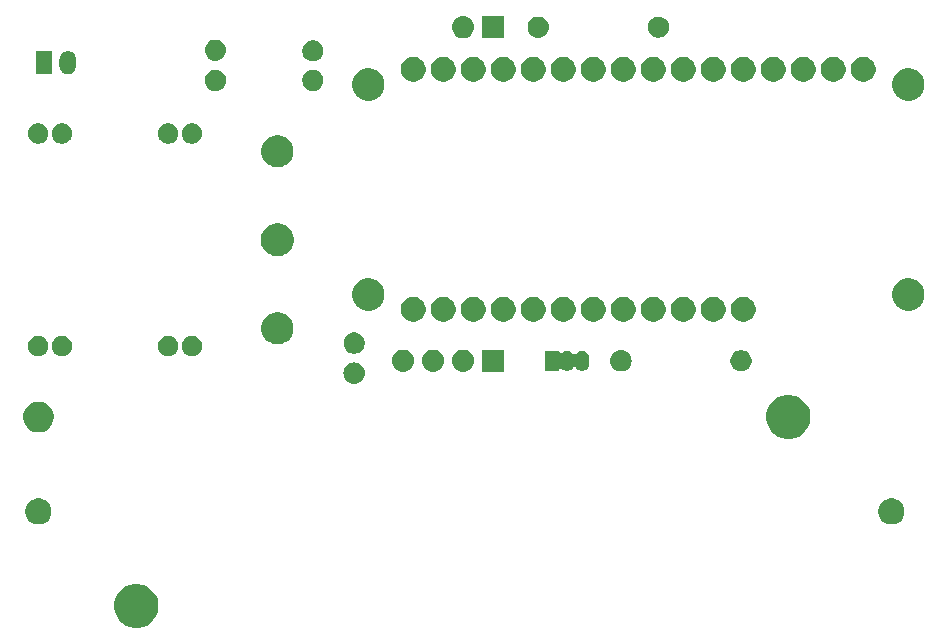
<source format=gbr>
%TF.GenerationSoftware,KiCad,Pcbnew,(5.0.2)-1*%
%TF.CreationDate,2019-03-08T17:26:47-06:00*%
%TF.ProjectId,IoT IPRO (plant pot),496f5420-4950-4524-9f20-28706c616e74,rev?*%
%TF.SameCoordinates,Original*%
%TF.FileFunction,Soldermask,Bot*%
%TF.FilePolarity,Negative*%
%FSLAX46Y46*%
G04 Gerber Fmt 4.6, Leading zero omitted, Abs format (unit mm)*
G04 Created by KiCad (PCBNEW (5.0.2)-1) date 3/8/2019 5:26:47 PM*
%MOMM*%
%LPD*%
G01*
G04 APERTURE LIST*
%ADD10C,0.100000*%
G04 APERTURE END LIST*
D10*
G36*
X71346916Y-82197055D02*
X71688144Y-82338396D01*
X71995246Y-82543595D01*
X72256405Y-82804754D01*
X72461604Y-83111856D01*
X72602945Y-83453084D01*
X72675000Y-83815327D01*
X72675000Y-84184673D01*
X72602945Y-84546916D01*
X72461604Y-84888144D01*
X72256405Y-85195246D01*
X71995246Y-85456405D01*
X71688144Y-85661604D01*
X71346916Y-85802945D01*
X70984673Y-85875000D01*
X70615327Y-85875000D01*
X70253084Y-85802945D01*
X69911856Y-85661604D01*
X69604754Y-85456405D01*
X69343595Y-85195246D01*
X69138396Y-84888144D01*
X68997055Y-84546916D01*
X68925000Y-84184673D01*
X68925000Y-83815327D01*
X68997055Y-83453084D01*
X69138396Y-83111856D01*
X69343595Y-82804754D01*
X69604754Y-82543595D01*
X69911856Y-82338396D01*
X70253084Y-82197055D01*
X70615327Y-82125000D01*
X70984673Y-82125000D01*
X71346916Y-82197055D01*
X71346916Y-82197055D01*
G37*
G36*
X135060857Y-74942272D02*
X135261042Y-75025191D01*
X135441213Y-75145578D01*
X135594422Y-75298787D01*
X135714809Y-75478958D01*
X135797728Y-75679143D01*
X135840000Y-75891658D01*
X135840000Y-76108342D01*
X135797728Y-76320857D01*
X135714809Y-76521042D01*
X135594422Y-76701213D01*
X135441213Y-76854422D01*
X135261042Y-76974809D01*
X135060857Y-77057728D01*
X134848342Y-77100000D01*
X134631658Y-77100000D01*
X134419143Y-77057728D01*
X134218958Y-76974809D01*
X134038787Y-76854422D01*
X133885578Y-76701213D01*
X133765191Y-76521042D01*
X133682272Y-76320857D01*
X133640000Y-76108342D01*
X133640000Y-75891658D01*
X133682272Y-75679143D01*
X133765191Y-75478958D01*
X133885578Y-75298787D01*
X134038787Y-75145578D01*
X134218958Y-75025191D01*
X134419143Y-74942272D01*
X134631658Y-74900000D01*
X134848342Y-74900000D01*
X135060857Y-74942272D01*
X135060857Y-74942272D01*
G37*
G36*
X62840857Y-74942272D02*
X63041042Y-75025191D01*
X63221213Y-75145578D01*
X63374422Y-75298787D01*
X63494809Y-75478958D01*
X63577728Y-75679143D01*
X63620000Y-75891658D01*
X63620000Y-76108342D01*
X63577728Y-76320857D01*
X63494809Y-76521042D01*
X63374422Y-76701213D01*
X63221213Y-76854422D01*
X63041042Y-76974809D01*
X62840857Y-77057728D01*
X62628342Y-77100000D01*
X62411658Y-77100000D01*
X62199143Y-77057728D01*
X61998958Y-76974809D01*
X61818787Y-76854422D01*
X61665578Y-76701213D01*
X61545191Y-76521042D01*
X61462272Y-76320857D01*
X61420000Y-76108342D01*
X61420000Y-75891658D01*
X61462272Y-75679143D01*
X61545191Y-75478958D01*
X61665578Y-75298787D01*
X61818787Y-75145578D01*
X61998958Y-75025191D01*
X62199143Y-74942272D01*
X62411658Y-74900000D01*
X62628342Y-74900000D01*
X62840857Y-74942272D01*
X62840857Y-74942272D01*
G37*
G36*
X126546916Y-66197055D02*
X126888144Y-66338396D01*
X127195246Y-66543595D01*
X127456405Y-66804754D01*
X127661604Y-67111856D01*
X127802945Y-67453084D01*
X127875000Y-67815327D01*
X127875000Y-68184673D01*
X127802945Y-68546916D01*
X127661604Y-68888144D01*
X127456405Y-69195246D01*
X127195246Y-69456405D01*
X126888144Y-69661604D01*
X126546916Y-69802945D01*
X126184673Y-69875000D01*
X125815327Y-69875000D01*
X125453084Y-69802945D01*
X125111856Y-69661604D01*
X124804754Y-69456405D01*
X124543595Y-69195246D01*
X124338396Y-68888144D01*
X124197055Y-68546916D01*
X124125000Y-68184673D01*
X124125000Y-67815327D01*
X124197055Y-67453084D01*
X124338396Y-67111856D01*
X124543595Y-66804754D01*
X124804754Y-66543595D01*
X125111856Y-66338396D01*
X125453084Y-66197055D01*
X125815327Y-66125000D01*
X126184673Y-66125000D01*
X126546916Y-66197055D01*
X126546916Y-66197055D01*
G37*
G36*
X62814341Y-66738177D02*
X62897738Y-66754766D01*
X63133413Y-66852386D01*
X63342689Y-66992221D01*
X63345517Y-66994110D01*
X63525890Y-67174483D01*
X63667615Y-67386589D01*
X63765234Y-67622263D01*
X63815000Y-67872452D01*
X63815000Y-68127548D01*
X63765234Y-68377737D01*
X63667615Y-68613411D01*
X63525890Y-68825517D01*
X63345517Y-69005890D01*
X63345514Y-69005892D01*
X63133413Y-69147614D01*
X62897738Y-69245234D01*
X62814341Y-69261823D01*
X62647548Y-69295000D01*
X62392452Y-69295000D01*
X62225659Y-69261823D01*
X62142262Y-69245234D01*
X61906587Y-69147614D01*
X61694486Y-69005892D01*
X61694483Y-69005890D01*
X61514110Y-68825517D01*
X61372385Y-68613411D01*
X61274766Y-68377737D01*
X61225000Y-68127548D01*
X61225000Y-67872452D01*
X61274766Y-67622263D01*
X61372385Y-67386589D01*
X61514110Y-67174483D01*
X61694483Y-66994110D01*
X61697311Y-66992221D01*
X61906587Y-66852386D01*
X62142262Y-66754766D01*
X62225659Y-66738177D01*
X62392452Y-66705000D01*
X62647548Y-66705000D01*
X62814341Y-66738177D01*
X62814341Y-66738177D01*
G37*
G36*
X89426432Y-63403022D02*
X89596081Y-63454485D01*
X89752433Y-63538056D01*
X89889475Y-63650525D01*
X90001944Y-63787567D01*
X90085515Y-63943919D01*
X90136978Y-64113568D01*
X90154354Y-64290000D01*
X90136978Y-64466432D01*
X90085515Y-64636081D01*
X90001944Y-64792433D01*
X89889475Y-64929475D01*
X89752433Y-65041944D01*
X89596081Y-65125515D01*
X89426432Y-65176978D01*
X89294211Y-65190000D01*
X89205789Y-65190000D01*
X89073568Y-65176978D01*
X88903919Y-65125515D01*
X88747567Y-65041944D01*
X88610525Y-64929475D01*
X88498056Y-64792433D01*
X88414485Y-64636081D01*
X88363022Y-64466432D01*
X88345646Y-64290000D01*
X88363022Y-64113568D01*
X88414485Y-63943919D01*
X88498056Y-63787567D01*
X88610525Y-63650525D01*
X88747567Y-63538056D01*
X88903919Y-63454485D01*
X89073568Y-63403022D01*
X89205789Y-63390000D01*
X89294211Y-63390000D01*
X89426432Y-63403022D01*
X89426432Y-63403022D01*
G37*
G36*
X93496448Y-62296873D02*
X93566232Y-62303746D01*
X93655770Y-62330907D01*
X93745309Y-62358068D01*
X93910347Y-62446283D01*
X94055001Y-62564999D01*
X94173717Y-62709653D01*
X94261932Y-62874691D01*
X94289093Y-62964230D01*
X94316254Y-63053768D01*
X94334596Y-63240000D01*
X94316254Y-63426232D01*
X94307683Y-63454486D01*
X94261932Y-63605309D01*
X94173717Y-63770347D01*
X94055001Y-63915001D01*
X93910347Y-64033717D01*
X93745309Y-64121932D01*
X93728674Y-64126978D01*
X93566232Y-64176254D01*
X93496448Y-64183127D01*
X93426666Y-64190000D01*
X93333334Y-64190000D01*
X93263552Y-64183127D01*
X93193768Y-64176254D01*
X93031326Y-64126978D01*
X93014691Y-64121932D01*
X92849653Y-64033717D01*
X92704999Y-63915001D01*
X92586283Y-63770347D01*
X92498068Y-63605309D01*
X92452317Y-63454486D01*
X92443746Y-63426232D01*
X92425404Y-63240000D01*
X92443746Y-63053768D01*
X92470907Y-62964230D01*
X92498068Y-62874691D01*
X92586283Y-62709653D01*
X92704999Y-62564999D01*
X92849653Y-62446283D01*
X93014691Y-62358068D01*
X93104230Y-62330907D01*
X93193768Y-62303746D01*
X93263552Y-62296873D01*
X93333334Y-62290000D01*
X93426666Y-62290000D01*
X93496448Y-62296873D01*
X93496448Y-62296873D01*
G37*
G36*
X96036448Y-62296873D02*
X96106232Y-62303746D01*
X96195770Y-62330907D01*
X96285309Y-62358068D01*
X96450347Y-62446283D01*
X96595001Y-62564999D01*
X96713717Y-62709653D01*
X96801932Y-62874691D01*
X96829093Y-62964230D01*
X96856254Y-63053768D01*
X96874596Y-63240000D01*
X96856254Y-63426232D01*
X96847683Y-63454486D01*
X96801932Y-63605309D01*
X96713717Y-63770347D01*
X96595001Y-63915001D01*
X96450347Y-64033717D01*
X96285309Y-64121932D01*
X96268674Y-64126978D01*
X96106232Y-64176254D01*
X96036448Y-64183127D01*
X95966666Y-64190000D01*
X95873334Y-64190000D01*
X95803552Y-64183127D01*
X95733768Y-64176254D01*
X95571326Y-64126978D01*
X95554691Y-64121932D01*
X95389653Y-64033717D01*
X95244999Y-63915001D01*
X95126283Y-63770347D01*
X95038068Y-63605309D01*
X94992317Y-63454486D01*
X94983746Y-63426232D01*
X94965404Y-63240000D01*
X94983746Y-63053768D01*
X95010907Y-62964230D01*
X95038068Y-62874691D01*
X95126283Y-62709653D01*
X95244999Y-62564999D01*
X95389653Y-62446283D01*
X95554691Y-62358068D01*
X95644230Y-62330907D01*
X95733768Y-62303746D01*
X95803552Y-62296873D01*
X95873334Y-62290000D01*
X95966666Y-62290000D01*
X96036448Y-62296873D01*
X96036448Y-62296873D01*
G37*
G36*
X98576448Y-62296873D02*
X98646232Y-62303746D01*
X98735770Y-62330907D01*
X98825309Y-62358068D01*
X98990347Y-62446283D01*
X99135001Y-62564999D01*
X99253717Y-62709653D01*
X99341932Y-62874691D01*
X99369093Y-62964230D01*
X99396254Y-63053768D01*
X99414596Y-63240000D01*
X99396254Y-63426232D01*
X99387683Y-63454486D01*
X99341932Y-63605309D01*
X99253717Y-63770347D01*
X99135001Y-63915001D01*
X98990347Y-64033717D01*
X98825309Y-64121932D01*
X98808674Y-64126978D01*
X98646232Y-64176254D01*
X98576448Y-64183127D01*
X98506666Y-64190000D01*
X98413334Y-64190000D01*
X98343552Y-64183127D01*
X98273768Y-64176254D01*
X98111326Y-64126978D01*
X98094691Y-64121932D01*
X97929653Y-64033717D01*
X97784999Y-63915001D01*
X97666283Y-63770347D01*
X97578068Y-63605309D01*
X97532317Y-63454486D01*
X97523746Y-63426232D01*
X97505404Y-63240000D01*
X97523746Y-63053768D01*
X97550907Y-62964230D01*
X97578068Y-62874691D01*
X97666283Y-62709653D01*
X97784999Y-62564999D01*
X97929653Y-62446283D01*
X98094691Y-62358068D01*
X98184230Y-62330907D01*
X98273768Y-62303746D01*
X98343552Y-62296873D01*
X98413334Y-62290000D01*
X98506666Y-62290000D01*
X98576448Y-62296873D01*
X98576448Y-62296873D01*
G37*
G36*
X101950000Y-64190000D02*
X100050000Y-64190000D01*
X100050000Y-62290000D01*
X101950000Y-62290000D01*
X101950000Y-64190000D01*
X101950000Y-64190000D01*
G37*
G36*
X112016432Y-62353022D02*
X112186081Y-62404485D01*
X112342433Y-62488056D01*
X112479475Y-62600525D01*
X112591944Y-62737567D01*
X112675515Y-62893919D01*
X112726978Y-63063568D01*
X112744354Y-63240000D01*
X112726978Y-63416432D01*
X112675515Y-63586081D01*
X112591944Y-63742433D01*
X112479475Y-63879475D01*
X112342433Y-63991944D01*
X112186081Y-64075515D01*
X112016432Y-64126978D01*
X111884211Y-64140000D01*
X111795789Y-64140000D01*
X111663568Y-64126978D01*
X111493919Y-64075515D01*
X111337567Y-63991944D01*
X111200525Y-63879475D01*
X111088056Y-63742433D01*
X111004485Y-63586081D01*
X110953022Y-63416432D01*
X110935646Y-63240000D01*
X110953022Y-63063568D01*
X111004485Y-62893919D01*
X111088056Y-62737567D01*
X111200525Y-62600525D01*
X111337567Y-62488056D01*
X111493919Y-62404485D01*
X111663568Y-62353022D01*
X111795789Y-62340000D01*
X111884211Y-62340000D01*
X112016432Y-62353022D01*
X112016432Y-62353022D01*
G37*
G36*
X122262521Y-62374586D02*
X122426309Y-62442429D01*
X122573720Y-62540926D01*
X122699074Y-62666280D01*
X122797571Y-62813691D01*
X122865414Y-62977479D01*
X122900000Y-63151356D01*
X122900000Y-63328644D01*
X122865414Y-63502521D01*
X122797571Y-63666309D01*
X122699074Y-63813720D01*
X122573720Y-63939074D01*
X122426309Y-64037571D01*
X122262521Y-64105414D01*
X122088644Y-64140000D01*
X121911356Y-64140000D01*
X121737479Y-64105414D01*
X121573691Y-64037571D01*
X121426280Y-63939074D01*
X121300926Y-63813720D01*
X121202429Y-63666309D01*
X121134586Y-63502521D01*
X121100000Y-63328644D01*
X121100000Y-63151356D01*
X121134586Y-62977479D01*
X121202429Y-62813691D01*
X121300926Y-62666280D01*
X121426280Y-62540926D01*
X121573691Y-62442429D01*
X121737479Y-62374586D01*
X121911356Y-62340000D01*
X122088644Y-62340000D01*
X122262521Y-62374586D01*
X122262521Y-62374586D01*
G37*
G36*
X108662520Y-62399043D02*
X108780333Y-62434781D01*
X108888910Y-62492817D01*
X108984080Y-62570920D01*
X109062183Y-62666089D01*
X109120219Y-62774666D01*
X109155957Y-62892479D01*
X109165000Y-62984296D01*
X109165000Y-63495703D01*
X109155957Y-63587521D01*
X109120219Y-63705334D01*
X109062183Y-63813911D01*
X108984080Y-63909080D01*
X108888911Y-63987183D01*
X108780334Y-64045219D01*
X108662521Y-64080957D01*
X108540000Y-64093024D01*
X108417480Y-64080957D01*
X108299667Y-64045219D01*
X108191090Y-63987183D01*
X108095921Y-63909080D01*
X108017818Y-63813911D01*
X108015239Y-63809085D01*
X108001627Y-63788714D01*
X107984300Y-63771387D01*
X107963925Y-63757773D01*
X107941286Y-63748396D01*
X107917253Y-63743615D01*
X107892749Y-63743615D01*
X107868715Y-63748395D01*
X107846076Y-63757772D01*
X107825701Y-63771386D01*
X107808374Y-63788713D01*
X107794766Y-63809078D01*
X107792183Y-63813911D01*
X107714080Y-63909080D01*
X107618911Y-63987183D01*
X107510334Y-64045219D01*
X107392521Y-64080957D01*
X107270000Y-64093024D01*
X107147480Y-64080957D01*
X107029667Y-64045219D01*
X106921090Y-63987183D01*
X106829286Y-63911842D01*
X106808925Y-63898237D01*
X106786286Y-63888860D01*
X106762253Y-63884079D01*
X106737748Y-63884079D01*
X106713715Y-63888859D01*
X106691076Y-63898237D01*
X106670701Y-63911850D01*
X106653374Y-63929177D01*
X106639760Y-63949552D01*
X106630383Y-63972191D01*
X106625602Y-63996224D01*
X106625000Y-64008477D01*
X106625000Y-64090000D01*
X105375000Y-64090000D01*
X105375000Y-62390000D01*
X106625000Y-62390000D01*
X106625000Y-62471522D01*
X106627402Y-62495908D01*
X106634515Y-62519357D01*
X106646066Y-62540968D01*
X106661612Y-62559910D01*
X106680554Y-62575456D01*
X106702165Y-62587007D01*
X106725614Y-62594120D01*
X106750000Y-62596522D01*
X106774386Y-62594120D01*
X106797835Y-62587007D01*
X106819446Y-62575456D01*
X106829285Y-62568158D01*
X106921089Y-62492817D01*
X107029666Y-62434781D01*
X107147479Y-62399043D01*
X107270000Y-62386976D01*
X107392520Y-62399043D01*
X107510333Y-62434781D01*
X107618910Y-62492817D01*
X107714080Y-62570920D01*
X107792183Y-62666089D01*
X107794766Y-62670922D01*
X107808373Y-62691286D01*
X107825700Y-62708613D01*
X107846075Y-62722227D01*
X107868714Y-62731604D01*
X107892747Y-62736385D01*
X107917251Y-62736385D01*
X107941285Y-62731605D01*
X107963924Y-62722228D01*
X107984299Y-62708614D01*
X108001626Y-62691287D01*
X108015239Y-62670914D01*
X108015241Y-62670911D01*
X108017817Y-62666090D01*
X108095920Y-62570920D01*
X108191089Y-62492817D01*
X108299666Y-62434781D01*
X108417479Y-62399043D01*
X108540000Y-62386976D01*
X108662520Y-62399043D01*
X108662520Y-62399043D01*
G37*
G36*
X73668168Y-61154563D02*
X73751436Y-61171126D01*
X73908310Y-61236105D01*
X74039389Y-61323690D01*
X74049496Y-61330443D01*
X74169557Y-61450504D01*
X74169559Y-61450507D01*
X74263895Y-61591690D01*
X74328874Y-61748564D01*
X74362000Y-61915100D01*
X74362000Y-62084900D01*
X74328874Y-62251436D01*
X74263895Y-62408310D01*
X74189695Y-62519357D01*
X74169557Y-62549496D01*
X74049496Y-62669557D01*
X74049493Y-62669559D01*
X73908310Y-62763895D01*
X73751436Y-62828874D01*
X73668168Y-62845437D01*
X73584901Y-62862000D01*
X73415099Y-62862000D01*
X73331832Y-62845437D01*
X73248564Y-62828874D01*
X73091690Y-62763895D01*
X72950507Y-62669559D01*
X72950504Y-62669557D01*
X72830443Y-62549496D01*
X72810305Y-62519357D01*
X72736105Y-62408310D01*
X72671126Y-62251436D01*
X72638000Y-62084900D01*
X72638000Y-61915100D01*
X72671126Y-61748564D01*
X72736105Y-61591690D01*
X72830441Y-61450507D01*
X72830443Y-61450504D01*
X72950504Y-61330443D01*
X72960611Y-61323690D01*
X73091690Y-61236105D01*
X73248564Y-61171126D01*
X73331832Y-61154563D01*
X73415099Y-61138000D01*
X73584901Y-61138000D01*
X73668168Y-61154563D01*
X73668168Y-61154563D01*
G37*
G36*
X62668168Y-61154563D02*
X62751436Y-61171126D01*
X62908310Y-61236105D01*
X63039389Y-61323690D01*
X63049496Y-61330443D01*
X63169557Y-61450504D01*
X63169559Y-61450507D01*
X63263895Y-61591690D01*
X63328874Y-61748564D01*
X63362000Y-61915100D01*
X63362000Y-62084900D01*
X63328874Y-62251436D01*
X63263895Y-62408310D01*
X63189695Y-62519357D01*
X63169557Y-62549496D01*
X63049496Y-62669557D01*
X63049493Y-62669559D01*
X62908310Y-62763895D01*
X62751436Y-62828874D01*
X62668168Y-62845437D01*
X62584901Y-62862000D01*
X62415099Y-62862000D01*
X62331832Y-62845437D01*
X62248564Y-62828874D01*
X62091690Y-62763895D01*
X61950507Y-62669559D01*
X61950504Y-62669557D01*
X61830443Y-62549496D01*
X61810305Y-62519357D01*
X61736105Y-62408310D01*
X61671126Y-62251436D01*
X61638000Y-62084900D01*
X61638000Y-61915100D01*
X61671126Y-61748564D01*
X61736105Y-61591690D01*
X61830441Y-61450507D01*
X61830443Y-61450504D01*
X61950504Y-61330443D01*
X61960611Y-61323690D01*
X62091690Y-61236105D01*
X62248564Y-61171126D01*
X62331832Y-61154563D01*
X62415099Y-61138000D01*
X62584901Y-61138000D01*
X62668168Y-61154563D01*
X62668168Y-61154563D01*
G37*
G36*
X75668168Y-61154563D02*
X75751436Y-61171126D01*
X75908310Y-61236105D01*
X76039389Y-61323690D01*
X76049496Y-61330443D01*
X76169557Y-61450504D01*
X76169559Y-61450507D01*
X76263895Y-61591690D01*
X76328874Y-61748564D01*
X76362000Y-61915100D01*
X76362000Y-62084900D01*
X76328874Y-62251436D01*
X76263895Y-62408310D01*
X76189695Y-62519357D01*
X76169557Y-62549496D01*
X76049496Y-62669557D01*
X76049493Y-62669559D01*
X75908310Y-62763895D01*
X75751436Y-62828874D01*
X75668168Y-62845437D01*
X75584901Y-62862000D01*
X75415099Y-62862000D01*
X75331832Y-62845437D01*
X75248564Y-62828874D01*
X75091690Y-62763895D01*
X74950507Y-62669559D01*
X74950504Y-62669557D01*
X74830443Y-62549496D01*
X74810305Y-62519357D01*
X74736105Y-62408310D01*
X74671126Y-62251436D01*
X74638000Y-62084900D01*
X74638000Y-61915100D01*
X74671126Y-61748564D01*
X74736105Y-61591690D01*
X74830441Y-61450507D01*
X74830443Y-61450504D01*
X74950504Y-61330443D01*
X74960611Y-61323690D01*
X75091690Y-61236105D01*
X75248564Y-61171126D01*
X75331832Y-61154563D01*
X75415099Y-61138000D01*
X75584901Y-61138000D01*
X75668168Y-61154563D01*
X75668168Y-61154563D01*
G37*
G36*
X64668168Y-61154563D02*
X64751436Y-61171126D01*
X64908310Y-61236105D01*
X65039389Y-61323690D01*
X65049496Y-61330443D01*
X65169557Y-61450504D01*
X65169559Y-61450507D01*
X65263895Y-61591690D01*
X65328874Y-61748564D01*
X65362000Y-61915100D01*
X65362000Y-62084900D01*
X65328874Y-62251436D01*
X65263895Y-62408310D01*
X65189695Y-62519357D01*
X65169557Y-62549496D01*
X65049496Y-62669557D01*
X65049493Y-62669559D01*
X64908310Y-62763895D01*
X64751436Y-62828874D01*
X64668168Y-62845437D01*
X64584901Y-62862000D01*
X64415099Y-62862000D01*
X64331832Y-62845437D01*
X64248564Y-62828874D01*
X64091690Y-62763895D01*
X63950507Y-62669559D01*
X63950504Y-62669557D01*
X63830443Y-62549496D01*
X63810305Y-62519357D01*
X63736105Y-62408310D01*
X63671126Y-62251436D01*
X63638000Y-62084900D01*
X63638000Y-61915100D01*
X63671126Y-61748564D01*
X63736105Y-61591690D01*
X63830441Y-61450507D01*
X63830443Y-61450504D01*
X63950504Y-61330443D01*
X63960611Y-61323690D01*
X64091690Y-61236105D01*
X64248564Y-61171126D01*
X64331832Y-61154563D01*
X64415099Y-61138000D01*
X64584901Y-61138000D01*
X64668168Y-61154563D01*
X64668168Y-61154563D01*
G37*
G36*
X89512521Y-60884586D02*
X89676309Y-60952429D01*
X89823720Y-61050926D01*
X89949074Y-61176280D01*
X90047571Y-61323691D01*
X90115414Y-61487479D01*
X90150000Y-61661356D01*
X90150000Y-61838644D01*
X90115414Y-62012521D01*
X90047571Y-62176309D01*
X89949074Y-62323720D01*
X89823720Y-62449074D01*
X89676309Y-62547571D01*
X89512521Y-62615414D01*
X89338644Y-62650000D01*
X89161356Y-62650000D01*
X88987479Y-62615414D01*
X88823691Y-62547571D01*
X88676280Y-62449074D01*
X88550926Y-62323720D01*
X88452429Y-62176309D01*
X88384586Y-62012521D01*
X88350000Y-61838644D01*
X88350000Y-61661356D01*
X88384586Y-61487479D01*
X88452429Y-61323691D01*
X88550926Y-61176280D01*
X88676280Y-61050926D01*
X88823691Y-60952429D01*
X88987479Y-60884586D01*
X89161356Y-60850000D01*
X89338644Y-60850000D01*
X89512521Y-60884586D01*
X89512521Y-60884586D01*
G37*
G36*
X83143778Y-59201879D02*
X83389466Y-59303646D01*
X83610578Y-59451389D01*
X83798611Y-59639422D01*
X83946354Y-59860534D01*
X84048121Y-60106222D01*
X84100000Y-60367035D01*
X84100000Y-60632965D01*
X84048121Y-60893778D01*
X83946354Y-61139466D01*
X83798611Y-61360578D01*
X83610578Y-61548611D01*
X83389466Y-61696354D01*
X83143778Y-61798121D01*
X82882965Y-61850000D01*
X82617035Y-61850000D01*
X82356222Y-61798121D01*
X82110534Y-61696354D01*
X81889422Y-61548611D01*
X81701389Y-61360578D01*
X81553646Y-61139466D01*
X81451879Y-60893778D01*
X81400000Y-60632965D01*
X81400000Y-60367035D01*
X81451879Y-60106222D01*
X81553646Y-59860534D01*
X81701389Y-59639422D01*
X81889422Y-59451389D01*
X82110534Y-59303646D01*
X82356222Y-59201879D01*
X82617035Y-59150000D01*
X82882965Y-59150000D01*
X83143778Y-59201879D01*
X83143778Y-59201879D01*
G37*
G36*
X114695888Y-57844470D02*
X114876274Y-57880350D01*
X115067362Y-57959502D01*
X115239336Y-58074411D01*
X115385589Y-58220664D01*
X115500498Y-58392638D01*
X115579650Y-58583726D01*
X115620000Y-58786584D01*
X115620000Y-58993416D01*
X115579650Y-59196274D01*
X115500498Y-59387362D01*
X115385589Y-59559336D01*
X115239336Y-59705589D01*
X115067362Y-59820498D01*
X114876274Y-59899650D01*
X114695888Y-59935530D01*
X114673417Y-59940000D01*
X114466583Y-59940000D01*
X114444112Y-59935530D01*
X114263726Y-59899650D01*
X114072638Y-59820498D01*
X113900664Y-59705589D01*
X113754411Y-59559336D01*
X113639502Y-59387362D01*
X113560350Y-59196274D01*
X113520000Y-58993416D01*
X113520000Y-58786584D01*
X113560350Y-58583726D01*
X113639502Y-58392638D01*
X113754411Y-58220664D01*
X113900664Y-58074411D01*
X114072638Y-57959502D01*
X114263726Y-57880350D01*
X114444112Y-57844470D01*
X114466583Y-57840000D01*
X114673417Y-57840000D01*
X114695888Y-57844470D01*
X114695888Y-57844470D01*
G37*
G36*
X94375888Y-57844470D02*
X94556274Y-57880350D01*
X94747362Y-57959502D01*
X94919336Y-58074411D01*
X95065589Y-58220664D01*
X95180498Y-58392638D01*
X95259650Y-58583726D01*
X95300000Y-58786584D01*
X95300000Y-58993416D01*
X95259650Y-59196274D01*
X95180498Y-59387362D01*
X95065589Y-59559336D01*
X94919336Y-59705589D01*
X94747362Y-59820498D01*
X94556274Y-59899650D01*
X94375888Y-59935530D01*
X94353417Y-59940000D01*
X94146583Y-59940000D01*
X94124112Y-59935530D01*
X93943726Y-59899650D01*
X93752638Y-59820498D01*
X93580664Y-59705589D01*
X93434411Y-59559336D01*
X93319502Y-59387362D01*
X93240350Y-59196274D01*
X93200000Y-58993416D01*
X93200000Y-58786584D01*
X93240350Y-58583726D01*
X93319502Y-58392638D01*
X93434411Y-58220664D01*
X93580664Y-58074411D01*
X93752638Y-57959502D01*
X93943726Y-57880350D01*
X94124112Y-57844470D01*
X94146583Y-57840000D01*
X94353417Y-57840000D01*
X94375888Y-57844470D01*
X94375888Y-57844470D01*
G37*
G36*
X96915888Y-57844470D02*
X97096274Y-57880350D01*
X97287362Y-57959502D01*
X97459336Y-58074411D01*
X97605589Y-58220664D01*
X97720498Y-58392638D01*
X97799650Y-58583726D01*
X97840000Y-58786584D01*
X97840000Y-58993416D01*
X97799650Y-59196274D01*
X97720498Y-59387362D01*
X97605589Y-59559336D01*
X97459336Y-59705589D01*
X97287362Y-59820498D01*
X97096274Y-59899650D01*
X96915888Y-59935530D01*
X96893417Y-59940000D01*
X96686583Y-59940000D01*
X96664112Y-59935530D01*
X96483726Y-59899650D01*
X96292638Y-59820498D01*
X96120664Y-59705589D01*
X95974411Y-59559336D01*
X95859502Y-59387362D01*
X95780350Y-59196274D01*
X95740000Y-58993416D01*
X95740000Y-58786584D01*
X95780350Y-58583726D01*
X95859502Y-58392638D01*
X95974411Y-58220664D01*
X96120664Y-58074411D01*
X96292638Y-57959502D01*
X96483726Y-57880350D01*
X96664112Y-57844470D01*
X96686583Y-57840000D01*
X96893417Y-57840000D01*
X96915888Y-57844470D01*
X96915888Y-57844470D01*
G37*
G36*
X99455888Y-57844470D02*
X99636274Y-57880350D01*
X99827362Y-57959502D01*
X99999336Y-58074411D01*
X100145589Y-58220664D01*
X100260498Y-58392638D01*
X100339650Y-58583726D01*
X100380000Y-58786584D01*
X100380000Y-58993416D01*
X100339650Y-59196274D01*
X100260498Y-59387362D01*
X100145589Y-59559336D01*
X99999336Y-59705589D01*
X99827362Y-59820498D01*
X99636274Y-59899650D01*
X99455888Y-59935530D01*
X99433417Y-59940000D01*
X99226583Y-59940000D01*
X99204112Y-59935530D01*
X99023726Y-59899650D01*
X98832638Y-59820498D01*
X98660664Y-59705589D01*
X98514411Y-59559336D01*
X98399502Y-59387362D01*
X98320350Y-59196274D01*
X98280000Y-58993416D01*
X98280000Y-58786584D01*
X98320350Y-58583726D01*
X98399502Y-58392638D01*
X98514411Y-58220664D01*
X98660664Y-58074411D01*
X98832638Y-57959502D01*
X99023726Y-57880350D01*
X99204112Y-57844470D01*
X99226583Y-57840000D01*
X99433417Y-57840000D01*
X99455888Y-57844470D01*
X99455888Y-57844470D01*
G37*
G36*
X101995888Y-57844470D02*
X102176274Y-57880350D01*
X102367362Y-57959502D01*
X102539336Y-58074411D01*
X102685589Y-58220664D01*
X102800498Y-58392638D01*
X102879650Y-58583726D01*
X102920000Y-58786584D01*
X102920000Y-58993416D01*
X102879650Y-59196274D01*
X102800498Y-59387362D01*
X102685589Y-59559336D01*
X102539336Y-59705589D01*
X102367362Y-59820498D01*
X102176274Y-59899650D01*
X101995888Y-59935530D01*
X101973417Y-59940000D01*
X101766583Y-59940000D01*
X101744112Y-59935530D01*
X101563726Y-59899650D01*
X101372638Y-59820498D01*
X101200664Y-59705589D01*
X101054411Y-59559336D01*
X100939502Y-59387362D01*
X100860350Y-59196274D01*
X100820000Y-58993416D01*
X100820000Y-58786584D01*
X100860350Y-58583726D01*
X100939502Y-58392638D01*
X101054411Y-58220664D01*
X101200664Y-58074411D01*
X101372638Y-57959502D01*
X101563726Y-57880350D01*
X101744112Y-57844470D01*
X101766583Y-57840000D01*
X101973417Y-57840000D01*
X101995888Y-57844470D01*
X101995888Y-57844470D01*
G37*
G36*
X104535888Y-57844470D02*
X104716274Y-57880350D01*
X104907362Y-57959502D01*
X105079336Y-58074411D01*
X105225589Y-58220664D01*
X105340498Y-58392638D01*
X105419650Y-58583726D01*
X105460000Y-58786584D01*
X105460000Y-58993416D01*
X105419650Y-59196274D01*
X105340498Y-59387362D01*
X105225589Y-59559336D01*
X105079336Y-59705589D01*
X104907362Y-59820498D01*
X104716274Y-59899650D01*
X104535888Y-59935530D01*
X104513417Y-59940000D01*
X104306583Y-59940000D01*
X104284112Y-59935530D01*
X104103726Y-59899650D01*
X103912638Y-59820498D01*
X103740664Y-59705589D01*
X103594411Y-59559336D01*
X103479502Y-59387362D01*
X103400350Y-59196274D01*
X103360000Y-58993416D01*
X103360000Y-58786584D01*
X103400350Y-58583726D01*
X103479502Y-58392638D01*
X103594411Y-58220664D01*
X103740664Y-58074411D01*
X103912638Y-57959502D01*
X104103726Y-57880350D01*
X104284112Y-57844470D01*
X104306583Y-57840000D01*
X104513417Y-57840000D01*
X104535888Y-57844470D01*
X104535888Y-57844470D01*
G37*
G36*
X107075888Y-57844470D02*
X107256274Y-57880350D01*
X107447362Y-57959502D01*
X107619336Y-58074411D01*
X107765589Y-58220664D01*
X107880498Y-58392638D01*
X107959650Y-58583726D01*
X108000000Y-58786584D01*
X108000000Y-58993416D01*
X107959650Y-59196274D01*
X107880498Y-59387362D01*
X107765589Y-59559336D01*
X107619336Y-59705589D01*
X107447362Y-59820498D01*
X107256274Y-59899650D01*
X107075888Y-59935530D01*
X107053417Y-59940000D01*
X106846583Y-59940000D01*
X106824112Y-59935530D01*
X106643726Y-59899650D01*
X106452638Y-59820498D01*
X106280664Y-59705589D01*
X106134411Y-59559336D01*
X106019502Y-59387362D01*
X105940350Y-59196274D01*
X105900000Y-58993416D01*
X105900000Y-58786584D01*
X105940350Y-58583726D01*
X106019502Y-58392638D01*
X106134411Y-58220664D01*
X106280664Y-58074411D01*
X106452638Y-57959502D01*
X106643726Y-57880350D01*
X106824112Y-57844470D01*
X106846583Y-57840000D01*
X107053417Y-57840000D01*
X107075888Y-57844470D01*
X107075888Y-57844470D01*
G37*
G36*
X109615888Y-57844470D02*
X109796274Y-57880350D01*
X109987362Y-57959502D01*
X110159336Y-58074411D01*
X110305589Y-58220664D01*
X110420498Y-58392638D01*
X110499650Y-58583726D01*
X110540000Y-58786584D01*
X110540000Y-58993416D01*
X110499650Y-59196274D01*
X110420498Y-59387362D01*
X110305589Y-59559336D01*
X110159336Y-59705589D01*
X109987362Y-59820498D01*
X109796274Y-59899650D01*
X109615888Y-59935530D01*
X109593417Y-59940000D01*
X109386583Y-59940000D01*
X109364112Y-59935530D01*
X109183726Y-59899650D01*
X108992638Y-59820498D01*
X108820664Y-59705589D01*
X108674411Y-59559336D01*
X108559502Y-59387362D01*
X108480350Y-59196274D01*
X108440000Y-58993416D01*
X108440000Y-58786584D01*
X108480350Y-58583726D01*
X108559502Y-58392638D01*
X108674411Y-58220664D01*
X108820664Y-58074411D01*
X108992638Y-57959502D01*
X109183726Y-57880350D01*
X109364112Y-57844470D01*
X109386583Y-57840000D01*
X109593417Y-57840000D01*
X109615888Y-57844470D01*
X109615888Y-57844470D01*
G37*
G36*
X119775888Y-57844470D02*
X119956274Y-57880350D01*
X120147362Y-57959502D01*
X120319336Y-58074411D01*
X120465589Y-58220664D01*
X120580498Y-58392638D01*
X120659650Y-58583726D01*
X120700000Y-58786584D01*
X120700000Y-58993416D01*
X120659650Y-59196274D01*
X120580498Y-59387362D01*
X120465589Y-59559336D01*
X120319336Y-59705589D01*
X120147362Y-59820498D01*
X119956274Y-59899650D01*
X119775888Y-59935530D01*
X119753417Y-59940000D01*
X119546583Y-59940000D01*
X119524112Y-59935530D01*
X119343726Y-59899650D01*
X119152638Y-59820498D01*
X118980664Y-59705589D01*
X118834411Y-59559336D01*
X118719502Y-59387362D01*
X118640350Y-59196274D01*
X118600000Y-58993416D01*
X118600000Y-58786584D01*
X118640350Y-58583726D01*
X118719502Y-58392638D01*
X118834411Y-58220664D01*
X118980664Y-58074411D01*
X119152638Y-57959502D01*
X119343726Y-57880350D01*
X119524112Y-57844470D01*
X119546583Y-57840000D01*
X119753417Y-57840000D01*
X119775888Y-57844470D01*
X119775888Y-57844470D01*
G37*
G36*
X122315888Y-57844470D02*
X122496274Y-57880350D01*
X122687362Y-57959502D01*
X122859336Y-58074411D01*
X123005589Y-58220664D01*
X123120498Y-58392638D01*
X123199650Y-58583726D01*
X123240000Y-58786584D01*
X123240000Y-58993416D01*
X123199650Y-59196274D01*
X123120498Y-59387362D01*
X123005589Y-59559336D01*
X122859336Y-59705589D01*
X122687362Y-59820498D01*
X122496274Y-59899650D01*
X122315888Y-59935530D01*
X122293417Y-59940000D01*
X122086583Y-59940000D01*
X122064112Y-59935530D01*
X121883726Y-59899650D01*
X121692638Y-59820498D01*
X121520664Y-59705589D01*
X121374411Y-59559336D01*
X121259502Y-59387362D01*
X121180350Y-59196274D01*
X121140000Y-58993416D01*
X121140000Y-58786584D01*
X121180350Y-58583726D01*
X121259502Y-58392638D01*
X121374411Y-58220664D01*
X121520664Y-58074411D01*
X121692638Y-57959502D01*
X121883726Y-57880350D01*
X122064112Y-57844470D01*
X122086583Y-57840000D01*
X122293417Y-57840000D01*
X122315888Y-57844470D01*
X122315888Y-57844470D01*
G37*
G36*
X112155888Y-57844470D02*
X112336274Y-57880350D01*
X112527362Y-57959502D01*
X112699336Y-58074411D01*
X112845589Y-58220664D01*
X112960498Y-58392638D01*
X113039650Y-58583726D01*
X113080000Y-58786584D01*
X113080000Y-58993416D01*
X113039650Y-59196274D01*
X112960498Y-59387362D01*
X112845589Y-59559336D01*
X112699336Y-59705589D01*
X112527362Y-59820498D01*
X112336274Y-59899650D01*
X112155888Y-59935530D01*
X112133417Y-59940000D01*
X111926583Y-59940000D01*
X111904112Y-59935530D01*
X111723726Y-59899650D01*
X111532638Y-59820498D01*
X111360664Y-59705589D01*
X111214411Y-59559336D01*
X111099502Y-59387362D01*
X111020350Y-59196274D01*
X110980000Y-58993416D01*
X110980000Y-58786584D01*
X111020350Y-58583726D01*
X111099502Y-58392638D01*
X111214411Y-58220664D01*
X111360664Y-58074411D01*
X111532638Y-57959502D01*
X111723726Y-57880350D01*
X111904112Y-57844470D01*
X111926583Y-57840000D01*
X112133417Y-57840000D01*
X112155888Y-57844470D01*
X112155888Y-57844470D01*
G37*
G36*
X117235888Y-57844470D02*
X117416274Y-57880350D01*
X117607362Y-57959502D01*
X117779336Y-58074411D01*
X117925589Y-58220664D01*
X118040498Y-58392638D01*
X118119650Y-58583726D01*
X118160000Y-58786584D01*
X118160000Y-58993416D01*
X118119650Y-59196274D01*
X118040498Y-59387362D01*
X117925589Y-59559336D01*
X117779336Y-59705589D01*
X117607362Y-59820498D01*
X117416274Y-59899650D01*
X117235888Y-59935530D01*
X117213417Y-59940000D01*
X117006583Y-59940000D01*
X116984112Y-59935530D01*
X116803726Y-59899650D01*
X116612638Y-59820498D01*
X116440664Y-59705589D01*
X116294411Y-59559336D01*
X116179502Y-59387362D01*
X116100350Y-59196274D01*
X116060000Y-58993416D01*
X116060000Y-58786584D01*
X116100350Y-58583726D01*
X116179502Y-58392638D01*
X116294411Y-58220664D01*
X116440664Y-58074411D01*
X116612638Y-57959502D01*
X116803726Y-57880350D01*
X116984112Y-57844470D01*
X117006583Y-57840000D01*
X117213417Y-57840000D01*
X117235888Y-57844470D01*
X117235888Y-57844470D01*
G37*
G36*
X136559614Y-56302648D02*
X136808937Y-56405921D01*
X137033327Y-56555853D01*
X137224147Y-56746673D01*
X137374079Y-56971063D01*
X137477352Y-57220386D01*
X137530000Y-57485065D01*
X137530000Y-57754935D01*
X137477352Y-58019614D01*
X137374079Y-58268937D01*
X137224147Y-58493327D01*
X137033327Y-58684147D01*
X136808937Y-58834079D01*
X136559614Y-58937352D01*
X136294935Y-58990000D01*
X136025065Y-58990000D01*
X135760386Y-58937352D01*
X135511063Y-58834079D01*
X135286673Y-58684147D01*
X135095853Y-58493327D01*
X134945921Y-58268937D01*
X134842648Y-58019614D01*
X134790000Y-57754935D01*
X134790000Y-57485065D01*
X134842648Y-57220386D01*
X134945921Y-56971063D01*
X135095853Y-56746673D01*
X135286673Y-56555853D01*
X135511063Y-56405921D01*
X135760386Y-56302648D01*
X136025065Y-56250000D01*
X136294935Y-56250000D01*
X136559614Y-56302648D01*
X136559614Y-56302648D01*
G37*
G36*
X90839614Y-56302648D02*
X91088937Y-56405921D01*
X91313327Y-56555853D01*
X91504147Y-56746673D01*
X91654079Y-56971063D01*
X91757352Y-57220386D01*
X91810000Y-57485065D01*
X91810000Y-57754935D01*
X91757352Y-58019614D01*
X91654079Y-58268937D01*
X91504147Y-58493327D01*
X91313327Y-58684147D01*
X91088937Y-58834079D01*
X90839614Y-58937352D01*
X90574935Y-58990000D01*
X90305065Y-58990000D01*
X90040386Y-58937352D01*
X89791063Y-58834079D01*
X89566673Y-58684147D01*
X89375853Y-58493327D01*
X89225921Y-58268937D01*
X89122648Y-58019614D01*
X89070000Y-57754935D01*
X89070000Y-57485065D01*
X89122648Y-57220386D01*
X89225921Y-56971063D01*
X89375853Y-56746673D01*
X89566673Y-56555853D01*
X89791063Y-56405921D01*
X90040386Y-56302648D01*
X90305065Y-56250000D01*
X90574935Y-56250000D01*
X90839614Y-56302648D01*
X90839614Y-56302648D01*
G37*
G36*
X83023127Y-51626901D02*
X83158365Y-51653801D01*
X83413149Y-51759336D01*
X83639397Y-51910511D01*
X83642451Y-51912551D01*
X83837449Y-52107549D01*
X83990665Y-52336853D01*
X84096199Y-52591636D01*
X84150000Y-52862111D01*
X84150000Y-53137889D01*
X84096199Y-53408364D01*
X83990665Y-53663147D01*
X83837449Y-53892451D01*
X83642451Y-54087449D01*
X83642448Y-54087451D01*
X83413149Y-54240664D01*
X83158365Y-54346199D01*
X83023126Y-54373100D01*
X82887889Y-54400000D01*
X82612111Y-54400000D01*
X82476874Y-54373100D01*
X82341635Y-54346199D01*
X82086851Y-54240664D01*
X81857552Y-54087451D01*
X81857549Y-54087449D01*
X81662551Y-53892451D01*
X81509335Y-53663147D01*
X81403801Y-53408364D01*
X81350000Y-53137889D01*
X81350000Y-52862111D01*
X81403801Y-52591636D01*
X81509335Y-52336853D01*
X81662551Y-52107549D01*
X81857549Y-51912551D01*
X81860603Y-51910511D01*
X82086851Y-51759336D01*
X82341635Y-51653801D01*
X82476873Y-51626901D01*
X82612111Y-51600000D01*
X82887889Y-51600000D01*
X83023127Y-51626901D01*
X83023127Y-51626901D01*
G37*
G36*
X83143778Y-44201879D02*
X83389466Y-44303646D01*
X83610578Y-44451389D01*
X83798611Y-44639422D01*
X83946354Y-44860534D01*
X84048121Y-45106222D01*
X84100000Y-45367035D01*
X84100000Y-45632965D01*
X84048121Y-45893778D01*
X83946354Y-46139466D01*
X83798611Y-46360578D01*
X83610578Y-46548611D01*
X83389466Y-46696354D01*
X83143778Y-46798121D01*
X82882965Y-46850000D01*
X82617035Y-46850000D01*
X82356222Y-46798121D01*
X82110534Y-46696354D01*
X81889422Y-46548611D01*
X81701389Y-46360578D01*
X81553646Y-46139466D01*
X81451879Y-45893778D01*
X81400000Y-45632965D01*
X81400000Y-45367035D01*
X81451879Y-45106222D01*
X81553646Y-44860534D01*
X81701389Y-44639422D01*
X81889422Y-44451389D01*
X82110534Y-44303646D01*
X82356222Y-44201879D01*
X82617035Y-44150000D01*
X82882965Y-44150000D01*
X83143778Y-44201879D01*
X83143778Y-44201879D01*
G37*
G36*
X75668168Y-43154563D02*
X75751436Y-43171126D01*
X75908310Y-43236105D01*
X76048542Y-43329805D01*
X76049496Y-43330443D01*
X76169557Y-43450504D01*
X76169559Y-43450507D01*
X76263895Y-43591690D01*
X76328874Y-43748564D01*
X76362000Y-43915100D01*
X76362000Y-44084900D01*
X76328874Y-44251436D01*
X76263895Y-44408310D01*
X76235110Y-44451389D01*
X76169557Y-44549496D01*
X76049496Y-44669557D01*
X76049493Y-44669559D01*
X75908310Y-44763895D01*
X75751436Y-44828874D01*
X75668168Y-44845437D01*
X75584901Y-44862000D01*
X75415099Y-44862000D01*
X75331832Y-44845437D01*
X75248564Y-44828874D01*
X75091690Y-44763895D01*
X74950507Y-44669559D01*
X74950504Y-44669557D01*
X74830443Y-44549496D01*
X74764890Y-44451389D01*
X74736105Y-44408310D01*
X74671126Y-44251436D01*
X74638000Y-44084900D01*
X74638000Y-43915100D01*
X74671126Y-43748564D01*
X74736105Y-43591690D01*
X74830441Y-43450507D01*
X74830443Y-43450504D01*
X74950504Y-43330443D01*
X74951458Y-43329805D01*
X75091690Y-43236105D01*
X75248564Y-43171126D01*
X75331832Y-43154563D01*
X75415099Y-43138000D01*
X75584901Y-43138000D01*
X75668168Y-43154563D01*
X75668168Y-43154563D01*
G37*
G36*
X73668168Y-43154563D02*
X73751436Y-43171126D01*
X73908310Y-43236105D01*
X74048542Y-43329805D01*
X74049496Y-43330443D01*
X74169557Y-43450504D01*
X74169559Y-43450507D01*
X74263895Y-43591690D01*
X74328874Y-43748564D01*
X74362000Y-43915100D01*
X74362000Y-44084900D01*
X74328874Y-44251436D01*
X74263895Y-44408310D01*
X74235110Y-44451389D01*
X74169557Y-44549496D01*
X74049496Y-44669557D01*
X74049493Y-44669559D01*
X73908310Y-44763895D01*
X73751436Y-44828874D01*
X73668168Y-44845437D01*
X73584901Y-44862000D01*
X73415099Y-44862000D01*
X73331832Y-44845437D01*
X73248564Y-44828874D01*
X73091690Y-44763895D01*
X72950507Y-44669559D01*
X72950504Y-44669557D01*
X72830443Y-44549496D01*
X72764890Y-44451389D01*
X72736105Y-44408310D01*
X72671126Y-44251436D01*
X72638000Y-44084900D01*
X72638000Y-43915100D01*
X72671126Y-43748564D01*
X72736105Y-43591690D01*
X72830441Y-43450507D01*
X72830443Y-43450504D01*
X72950504Y-43330443D01*
X72951458Y-43329805D01*
X73091690Y-43236105D01*
X73248564Y-43171126D01*
X73331832Y-43154563D01*
X73415099Y-43138000D01*
X73584901Y-43138000D01*
X73668168Y-43154563D01*
X73668168Y-43154563D01*
G37*
G36*
X62668168Y-43154563D02*
X62751436Y-43171126D01*
X62908310Y-43236105D01*
X63048542Y-43329805D01*
X63049496Y-43330443D01*
X63169557Y-43450504D01*
X63169559Y-43450507D01*
X63263895Y-43591690D01*
X63328874Y-43748564D01*
X63362000Y-43915100D01*
X63362000Y-44084900D01*
X63328874Y-44251436D01*
X63263895Y-44408310D01*
X63235110Y-44451389D01*
X63169557Y-44549496D01*
X63049496Y-44669557D01*
X63049493Y-44669559D01*
X62908310Y-44763895D01*
X62751436Y-44828874D01*
X62668168Y-44845437D01*
X62584901Y-44862000D01*
X62415099Y-44862000D01*
X62331832Y-44845437D01*
X62248564Y-44828874D01*
X62091690Y-44763895D01*
X61950507Y-44669559D01*
X61950504Y-44669557D01*
X61830443Y-44549496D01*
X61764890Y-44451389D01*
X61736105Y-44408310D01*
X61671126Y-44251436D01*
X61638000Y-44084900D01*
X61638000Y-43915100D01*
X61671126Y-43748564D01*
X61736105Y-43591690D01*
X61830441Y-43450507D01*
X61830443Y-43450504D01*
X61950504Y-43330443D01*
X61951458Y-43329805D01*
X62091690Y-43236105D01*
X62248564Y-43171126D01*
X62331832Y-43154563D01*
X62415099Y-43138000D01*
X62584901Y-43138000D01*
X62668168Y-43154563D01*
X62668168Y-43154563D01*
G37*
G36*
X64668168Y-43154563D02*
X64751436Y-43171126D01*
X64908310Y-43236105D01*
X65048542Y-43329805D01*
X65049496Y-43330443D01*
X65169557Y-43450504D01*
X65169559Y-43450507D01*
X65263895Y-43591690D01*
X65328874Y-43748564D01*
X65362000Y-43915100D01*
X65362000Y-44084900D01*
X65328874Y-44251436D01*
X65263895Y-44408310D01*
X65235110Y-44451389D01*
X65169557Y-44549496D01*
X65049496Y-44669557D01*
X65049493Y-44669559D01*
X64908310Y-44763895D01*
X64751436Y-44828874D01*
X64668168Y-44845437D01*
X64584901Y-44862000D01*
X64415099Y-44862000D01*
X64331832Y-44845437D01*
X64248564Y-44828874D01*
X64091690Y-44763895D01*
X63950507Y-44669559D01*
X63950504Y-44669557D01*
X63830443Y-44549496D01*
X63764890Y-44451389D01*
X63736105Y-44408310D01*
X63671126Y-44251436D01*
X63638000Y-44084900D01*
X63638000Y-43915100D01*
X63671126Y-43748564D01*
X63736105Y-43591690D01*
X63830441Y-43450507D01*
X63830443Y-43450504D01*
X63950504Y-43330443D01*
X63951458Y-43329805D01*
X64091690Y-43236105D01*
X64248564Y-43171126D01*
X64331832Y-43154563D01*
X64415099Y-43138000D01*
X64584901Y-43138000D01*
X64668168Y-43154563D01*
X64668168Y-43154563D01*
G37*
G36*
X136559614Y-38522648D02*
X136808937Y-38625921D01*
X137033327Y-38775853D01*
X137224147Y-38966673D01*
X137374079Y-39191063D01*
X137477352Y-39440386D01*
X137530000Y-39705065D01*
X137530000Y-39974935D01*
X137477352Y-40239614D01*
X137374079Y-40488937D01*
X137224147Y-40713327D01*
X137033327Y-40904147D01*
X136808937Y-41054079D01*
X136559614Y-41157352D01*
X136294935Y-41210000D01*
X136025065Y-41210000D01*
X135760386Y-41157352D01*
X135511063Y-41054079D01*
X135286673Y-40904147D01*
X135095853Y-40713327D01*
X134945921Y-40488937D01*
X134842648Y-40239614D01*
X134790000Y-39974935D01*
X134790000Y-39705065D01*
X134842648Y-39440386D01*
X134945921Y-39191063D01*
X135095853Y-38966673D01*
X135286673Y-38775853D01*
X135511063Y-38625921D01*
X135760386Y-38522648D01*
X136025065Y-38470000D01*
X136294935Y-38470000D01*
X136559614Y-38522648D01*
X136559614Y-38522648D01*
G37*
G36*
X90839614Y-38522648D02*
X91088937Y-38625921D01*
X91313327Y-38775853D01*
X91504147Y-38966673D01*
X91654079Y-39191063D01*
X91757352Y-39440386D01*
X91810000Y-39705065D01*
X91810000Y-39974935D01*
X91757352Y-40239614D01*
X91654079Y-40488937D01*
X91504147Y-40713327D01*
X91313327Y-40904147D01*
X91088937Y-41054079D01*
X90839614Y-41157352D01*
X90574935Y-41210000D01*
X90305065Y-41210000D01*
X90040386Y-41157352D01*
X89791063Y-41054079D01*
X89566673Y-40904147D01*
X89375853Y-40713327D01*
X89225921Y-40488937D01*
X89122648Y-40239614D01*
X89070000Y-39974935D01*
X89070000Y-39705065D01*
X89122648Y-39440386D01*
X89225921Y-39191063D01*
X89375853Y-38966673D01*
X89566673Y-38775853D01*
X89791063Y-38625921D01*
X90040386Y-38522648D01*
X90305065Y-38470000D01*
X90574935Y-38470000D01*
X90839614Y-38522648D01*
X90839614Y-38522648D01*
G37*
G36*
X77762521Y-38634586D02*
X77926309Y-38702429D01*
X78073720Y-38800926D01*
X78199074Y-38926280D01*
X78297571Y-39073691D01*
X78365414Y-39237479D01*
X78400000Y-39411356D01*
X78400000Y-39588644D01*
X78365414Y-39762521D01*
X78297571Y-39926309D01*
X78199074Y-40073720D01*
X78073720Y-40199074D01*
X77926309Y-40297571D01*
X77762521Y-40365414D01*
X77588644Y-40400000D01*
X77411356Y-40400000D01*
X77237479Y-40365414D01*
X77073691Y-40297571D01*
X76926280Y-40199074D01*
X76800926Y-40073720D01*
X76702429Y-39926309D01*
X76634586Y-39762521D01*
X76600000Y-39588644D01*
X76600000Y-39411356D01*
X76634586Y-39237479D01*
X76702429Y-39073691D01*
X76800926Y-38926280D01*
X76926280Y-38800926D01*
X77073691Y-38702429D01*
X77237479Y-38634586D01*
X77411356Y-38600000D01*
X77588644Y-38600000D01*
X77762521Y-38634586D01*
X77762521Y-38634586D01*
G37*
G36*
X86012521Y-38634586D02*
X86176309Y-38702429D01*
X86323720Y-38800926D01*
X86449074Y-38926280D01*
X86547571Y-39073691D01*
X86615414Y-39237479D01*
X86650000Y-39411356D01*
X86650000Y-39588644D01*
X86615414Y-39762521D01*
X86547571Y-39926309D01*
X86449074Y-40073720D01*
X86323720Y-40199074D01*
X86176309Y-40297571D01*
X86012521Y-40365414D01*
X85838644Y-40400000D01*
X85661356Y-40400000D01*
X85487479Y-40365414D01*
X85323691Y-40297571D01*
X85176280Y-40199074D01*
X85050926Y-40073720D01*
X84952429Y-39926309D01*
X84884586Y-39762521D01*
X84850000Y-39588644D01*
X84850000Y-39411356D01*
X84884586Y-39237479D01*
X84952429Y-39073691D01*
X85050926Y-38926280D01*
X85176280Y-38800926D01*
X85323691Y-38702429D01*
X85487479Y-38634586D01*
X85661356Y-38600000D01*
X85838644Y-38600000D01*
X86012521Y-38634586D01*
X86012521Y-38634586D01*
G37*
G36*
X99455888Y-37524470D02*
X99636274Y-37560350D01*
X99827362Y-37639502D01*
X99999336Y-37754411D01*
X100145589Y-37900664D01*
X100260498Y-38072638D01*
X100339650Y-38263726D01*
X100380000Y-38466584D01*
X100380000Y-38673416D01*
X100339650Y-38876274D01*
X100260498Y-39067362D01*
X100145589Y-39239336D01*
X99999336Y-39385589D01*
X99827362Y-39500498D01*
X99636274Y-39579650D01*
X99455888Y-39615530D01*
X99433417Y-39620000D01*
X99226583Y-39620000D01*
X99204112Y-39615530D01*
X99023726Y-39579650D01*
X98832638Y-39500498D01*
X98660664Y-39385589D01*
X98514411Y-39239336D01*
X98399502Y-39067362D01*
X98320350Y-38876274D01*
X98280000Y-38673416D01*
X98280000Y-38466584D01*
X98320350Y-38263726D01*
X98399502Y-38072638D01*
X98514411Y-37900664D01*
X98660664Y-37754411D01*
X98832638Y-37639502D01*
X99023726Y-37560350D01*
X99204112Y-37524470D01*
X99226583Y-37520000D01*
X99433417Y-37520000D01*
X99455888Y-37524470D01*
X99455888Y-37524470D01*
G37*
G36*
X96915888Y-37524470D02*
X97096274Y-37560350D01*
X97287362Y-37639502D01*
X97459336Y-37754411D01*
X97605589Y-37900664D01*
X97720498Y-38072638D01*
X97799650Y-38263726D01*
X97840000Y-38466584D01*
X97840000Y-38673416D01*
X97799650Y-38876274D01*
X97720498Y-39067362D01*
X97605589Y-39239336D01*
X97459336Y-39385589D01*
X97287362Y-39500498D01*
X97096274Y-39579650D01*
X96915888Y-39615530D01*
X96893417Y-39620000D01*
X96686583Y-39620000D01*
X96664112Y-39615530D01*
X96483726Y-39579650D01*
X96292638Y-39500498D01*
X96120664Y-39385589D01*
X95974411Y-39239336D01*
X95859502Y-39067362D01*
X95780350Y-38876274D01*
X95740000Y-38673416D01*
X95740000Y-38466584D01*
X95780350Y-38263726D01*
X95859502Y-38072638D01*
X95974411Y-37900664D01*
X96120664Y-37754411D01*
X96292638Y-37639502D01*
X96483726Y-37560350D01*
X96664112Y-37524470D01*
X96686583Y-37520000D01*
X96893417Y-37520000D01*
X96915888Y-37524470D01*
X96915888Y-37524470D01*
G37*
G36*
X94375888Y-37524470D02*
X94556274Y-37560350D01*
X94747362Y-37639502D01*
X94919336Y-37754411D01*
X95065589Y-37900664D01*
X95180498Y-38072638D01*
X95259650Y-38263726D01*
X95300000Y-38466584D01*
X95300000Y-38673416D01*
X95259650Y-38876274D01*
X95180498Y-39067362D01*
X95065589Y-39239336D01*
X94919336Y-39385589D01*
X94747362Y-39500498D01*
X94556274Y-39579650D01*
X94375888Y-39615530D01*
X94353417Y-39620000D01*
X94146583Y-39620000D01*
X94124112Y-39615530D01*
X93943726Y-39579650D01*
X93752638Y-39500498D01*
X93580664Y-39385589D01*
X93434411Y-39239336D01*
X93319502Y-39067362D01*
X93240350Y-38876274D01*
X93200000Y-38673416D01*
X93200000Y-38466584D01*
X93240350Y-38263726D01*
X93319502Y-38072638D01*
X93434411Y-37900664D01*
X93580664Y-37754411D01*
X93752638Y-37639502D01*
X93943726Y-37560350D01*
X94124112Y-37524470D01*
X94146583Y-37520000D01*
X94353417Y-37520000D01*
X94375888Y-37524470D01*
X94375888Y-37524470D01*
G37*
G36*
X101995888Y-37524470D02*
X102176274Y-37560350D01*
X102367362Y-37639502D01*
X102539336Y-37754411D01*
X102685589Y-37900664D01*
X102800498Y-38072638D01*
X102879650Y-38263726D01*
X102920000Y-38466584D01*
X102920000Y-38673416D01*
X102879650Y-38876274D01*
X102800498Y-39067362D01*
X102685589Y-39239336D01*
X102539336Y-39385589D01*
X102367362Y-39500498D01*
X102176274Y-39579650D01*
X101995888Y-39615530D01*
X101973417Y-39620000D01*
X101766583Y-39620000D01*
X101744112Y-39615530D01*
X101563726Y-39579650D01*
X101372638Y-39500498D01*
X101200664Y-39385589D01*
X101054411Y-39239336D01*
X100939502Y-39067362D01*
X100860350Y-38876274D01*
X100820000Y-38673416D01*
X100820000Y-38466584D01*
X100860350Y-38263726D01*
X100939502Y-38072638D01*
X101054411Y-37900664D01*
X101200664Y-37754411D01*
X101372638Y-37639502D01*
X101563726Y-37560350D01*
X101744112Y-37524470D01*
X101766583Y-37520000D01*
X101973417Y-37520000D01*
X101995888Y-37524470D01*
X101995888Y-37524470D01*
G37*
G36*
X104535888Y-37524470D02*
X104716274Y-37560350D01*
X104907362Y-37639502D01*
X105079336Y-37754411D01*
X105225589Y-37900664D01*
X105340498Y-38072638D01*
X105419650Y-38263726D01*
X105460000Y-38466584D01*
X105460000Y-38673416D01*
X105419650Y-38876274D01*
X105340498Y-39067362D01*
X105225589Y-39239336D01*
X105079336Y-39385589D01*
X104907362Y-39500498D01*
X104716274Y-39579650D01*
X104535888Y-39615530D01*
X104513417Y-39620000D01*
X104306583Y-39620000D01*
X104284112Y-39615530D01*
X104103726Y-39579650D01*
X103912638Y-39500498D01*
X103740664Y-39385589D01*
X103594411Y-39239336D01*
X103479502Y-39067362D01*
X103400350Y-38876274D01*
X103360000Y-38673416D01*
X103360000Y-38466584D01*
X103400350Y-38263726D01*
X103479502Y-38072638D01*
X103594411Y-37900664D01*
X103740664Y-37754411D01*
X103912638Y-37639502D01*
X104103726Y-37560350D01*
X104284112Y-37524470D01*
X104306583Y-37520000D01*
X104513417Y-37520000D01*
X104535888Y-37524470D01*
X104535888Y-37524470D01*
G37*
G36*
X107075888Y-37524470D02*
X107256274Y-37560350D01*
X107447362Y-37639502D01*
X107619336Y-37754411D01*
X107765589Y-37900664D01*
X107880498Y-38072638D01*
X107959650Y-38263726D01*
X108000000Y-38466584D01*
X108000000Y-38673416D01*
X107959650Y-38876274D01*
X107880498Y-39067362D01*
X107765589Y-39239336D01*
X107619336Y-39385589D01*
X107447362Y-39500498D01*
X107256274Y-39579650D01*
X107075888Y-39615530D01*
X107053417Y-39620000D01*
X106846583Y-39620000D01*
X106824112Y-39615530D01*
X106643726Y-39579650D01*
X106452638Y-39500498D01*
X106280664Y-39385589D01*
X106134411Y-39239336D01*
X106019502Y-39067362D01*
X105940350Y-38876274D01*
X105900000Y-38673416D01*
X105900000Y-38466584D01*
X105940350Y-38263726D01*
X106019502Y-38072638D01*
X106134411Y-37900664D01*
X106280664Y-37754411D01*
X106452638Y-37639502D01*
X106643726Y-37560350D01*
X106824112Y-37524470D01*
X106846583Y-37520000D01*
X107053417Y-37520000D01*
X107075888Y-37524470D01*
X107075888Y-37524470D01*
G37*
G36*
X124855888Y-37524470D02*
X125036274Y-37560350D01*
X125227362Y-37639502D01*
X125399336Y-37754411D01*
X125545589Y-37900664D01*
X125660498Y-38072638D01*
X125739650Y-38263726D01*
X125780000Y-38466584D01*
X125780000Y-38673416D01*
X125739650Y-38876274D01*
X125660498Y-39067362D01*
X125545589Y-39239336D01*
X125399336Y-39385589D01*
X125227362Y-39500498D01*
X125036274Y-39579650D01*
X124855888Y-39615530D01*
X124833417Y-39620000D01*
X124626583Y-39620000D01*
X124604112Y-39615530D01*
X124423726Y-39579650D01*
X124232638Y-39500498D01*
X124060664Y-39385589D01*
X123914411Y-39239336D01*
X123799502Y-39067362D01*
X123720350Y-38876274D01*
X123680000Y-38673416D01*
X123680000Y-38466584D01*
X123720350Y-38263726D01*
X123799502Y-38072638D01*
X123914411Y-37900664D01*
X124060664Y-37754411D01*
X124232638Y-37639502D01*
X124423726Y-37560350D01*
X124604112Y-37524470D01*
X124626583Y-37520000D01*
X124833417Y-37520000D01*
X124855888Y-37524470D01*
X124855888Y-37524470D01*
G37*
G36*
X132475888Y-37524470D02*
X132656274Y-37560350D01*
X132847362Y-37639502D01*
X133019336Y-37754411D01*
X133165589Y-37900664D01*
X133280498Y-38072638D01*
X133359650Y-38263726D01*
X133400000Y-38466584D01*
X133400000Y-38673416D01*
X133359650Y-38876274D01*
X133280498Y-39067362D01*
X133165589Y-39239336D01*
X133019336Y-39385589D01*
X132847362Y-39500498D01*
X132656274Y-39579650D01*
X132475888Y-39615530D01*
X132453417Y-39620000D01*
X132246583Y-39620000D01*
X132224112Y-39615530D01*
X132043726Y-39579650D01*
X131852638Y-39500498D01*
X131680664Y-39385589D01*
X131534411Y-39239336D01*
X131419502Y-39067362D01*
X131340350Y-38876274D01*
X131300000Y-38673416D01*
X131300000Y-38466584D01*
X131340350Y-38263726D01*
X131419502Y-38072638D01*
X131534411Y-37900664D01*
X131680664Y-37754411D01*
X131852638Y-37639502D01*
X132043726Y-37560350D01*
X132224112Y-37524470D01*
X132246583Y-37520000D01*
X132453417Y-37520000D01*
X132475888Y-37524470D01*
X132475888Y-37524470D01*
G37*
G36*
X129935888Y-37524470D02*
X130116274Y-37560350D01*
X130307362Y-37639502D01*
X130479336Y-37754411D01*
X130625589Y-37900664D01*
X130740498Y-38072638D01*
X130819650Y-38263726D01*
X130860000Y-38466584D01*
X130860000Y-38673416D01*
X130819650Y-38876274D01*
X130740498Y-39067362D01*
X130625589Y-39239336D01*
X130479336Y-39385589D01*
X130307362Y-39500498D01*
X130116274Y-39579650D01*
X129935888Y-39615530D01*
X129913417Y-39620000D01*
X129706583Y-39620000D01*
X129684112Y-39615530D01*
X129503726Y-39579650D01*
X129312638Y-39500498D01*
X129140664Y-39385589D01*
X128994411Y-39239336D01*
X128879502Y-39067362D01*
X128800350Y-38876274D01*
X128760000Y-38673416D01*
X128760000Y-38466584D01*
X128800350Y-38263726D01*
X128879502Y-38072638D01*
X128994411Y-37900664D01*
X129140664Y-37754411D01*
X129312638Y-37639502D01*
X129503726Y-37560350D01*
X129684112Y-37524470D01*
X129706583Y-37520000D01*
X129913417Y-37520000D01*
X129935888Y-37524470D01*
X129935888Y-37524470D01*
G37*
G36*
X127395888Y-37524470D02*
X127576274Y-37560350D01*
X127767362Y-37639502D01*
X127939336Y-37754411D01*
X128085589Y-37900664D01*
X128200498Y-38072638D01*
X128279650Y-38263726D01*
X128320000Y-38466584D01*
X128320000Y-38673416D01*
X128279650Y-38876274D01*
X128200498Y-39067362D01*
X128085589Y-39239336D01*
X127939336Y-39385589D01*
X127767362Y-39500498D01*
X127576274Y-39579650D01*
X127395888Y-39615530D01*
X127373417Y-39620000D01*
X127166583Y-39620000D01*
X127144112Y-39615530D01*
X126963726Y-39579650D01*
X126772638Y-39500498D01*
X126600664Y-39385589D01*
X126454411Y-39239336D01*
X126339502Y-39067362D01*
X126260350Y-38876274D01*
X126220000Y-38673416D01*
X126220000Y-38466584D01*
X126260350Y-38263726D01*
X126339502Y-38072638D01*
X126454411Y-37900664D01*
X126600664Y-37754411D01*
X126772638Y-37639502D01*
X126963726Y-37560350D01*
X127144112Y-37524470D01*
X127166583Y-37520000D01*
X127373417Y-37520000D01*
X127395888Y-37524470D01*
X127395888Y-37524470D01*
G37*
G36*
X122315888Y-37524470D02*
X122496274Y-37560350D01*
X122687362Y-37639502D01*
X122859336Y-37754411D01*
X123005589Y-37900664D01*
X123120498Y-38072638D01*
X123199650Y-38263726D01*
X123240000Y-38466584D01*
X123240000Y-38673416D01*
X123199650Y-38876274D01*
X123120498Y-39067362D01*
X123005589Y-39239336D01*
X122859336Y-39385589D01*
X122687362Y-39500498D01*
X122496274Y-39579650D01*
X122315888Y-39615530D01*
X122293417Y-39620000D01*
X122086583Y-39620000D01*
X122064112Y-39615530D01*
X121883726Y-39579650D01*
X121692638Y-39500498D01*
X121520664Y-39385589D01*
X121374411Y-39239336D01*
X121259502Y-39067362D01*
X121180350Y-38876274D01*
X121140000Y-38673416D01*
X121140000Y-38466584D01*
X121180350Y-38263726D01*
X121259502Y-38072638D01*
X121374411Y-37900664D01*
X121520664Y-37754411D01*
X121692638Y-37639502D01*
X121883726Y-37560350D01*
X122064112Y-37524470D01*
X122086583Y-37520000D01*
X122293417Y-37520000D01*
X122315888Y-37524470D01*
X122315888Y-37524470D01*
G37*
G36*
X117235888Y-37524470D02*
X117416274Y-37560350D01*
X117607362Y-37639502D01*
X117779336Y-37754411D01*
X117925589Y-37900664D01*
X118040498Y-38072638D01*
X118119650Y-38263726D01*
X118160000Y-38466584D01*
X118160000Y-38673416D01*
X118119650Y-38876274D01*
X118040498Y-39067362D01*
X117925589Y-39239336D01*
X117779336Y-39385589D01*
X117607362Y-39500498D01*
X117416274Y-39579650D01*
X117235888Y-39615530D01*
X117213417Y-39620000D01*
X117006583Y-39620000D01*
X116984112Y-39615530D01*
X116803726Y-39579650D01*
X116612638Y-39500498D01*
X116440664Y-39385589D01*
X116294411Y-39239336D01*
X116179502Y-39067362D01*
X116100350Y-38876274D01*
X116060000Y-38673416D01*
X116060000Y-38466584D01*
X116100350Y-38263726D01*
X116179502Y-38072638D01*
X116294411Y-37900664D01*
X116440664Y-37754411D01*
X116612638Y-37639502D01*
X116803726Y-37560350D01*
X116984112Y-37524470D01*
X117006583Y-37520000D01*
X117213417Y-37520000D01*
X117235888Y-37524470D01*
X117235888Y-37524470D01*
G37*
G36*
X114695888Y-37524470D02*
X114876274Y-37560350D01*
X115067362Y-37639502D01*
X115239336Y-37754411D01*
X115385589Y-37900664D01*
X115500498Y-38072638D01*
X115579650Y-38263726D01*
X115620000Y-38466584D01*
X115620000Y-38673416D01*
X115579650Y-38876274D01*
X115500498Y-39067362D01*
X115385589Y-39239336D01*
X115239336Y-39385589D01*
X115067362Y-39500498D01*
X114876274Y-39579650D01*
X114695888Y-39615530D01*
X114673417Y-39620000D01*
X114466583Y-39620000D01*
X114444112Y-39615530D01*
X114263726Y-39579650D01*
X114072638Y-39500498D01*
X113900664Y-39385589D01*
X113754411Y-39239336D01*
X113639502Y-39067362D01*
X113560350Y-38876274D01*
X113520000Y-38673416D01*
X113520000Y-38466584D01*
X113560350Y-38263726D01*
X113639502Y-38072638D01*
X113754411Y-37900664D01*
X113900664Y-37754411D01*
X114072638Y-37639502D01*
X114263726Y-37560350D01*
X114444112Y-37524470D01*
X114466583Y-37520000D01*
X114673417Y-37520000D01*
X114695888Y-37524470D01*
X114695888Y-37524470D01*
G37*
G36*
X112155888Y-37524470D02*
X112336274Y-37560350D01*
X112527362Y-37639502D01*
X112699336Y-37754411D01*
X112845589Y-37900664D01*
X112960498Y-38072638D01*
X113039650Y-38263726D01*
X113080000Y-38466584D01*
X113080000Y-38673416D01*
X113039650Y-38876274D01*
X112960498Y-39067362D01*
X112845589Y-39239336D01*
X112699336Y-39385589D01*
X112527362Y-39500498D01*
X112336274Y-39579650D01*
X112155888Y-39615530D01*
X112133417Y-39620000D01*
X111926583Y-39620000D01*
X111904112Y-39615530D01*
X111723726Y-39579650D01*
X111532638Y-39500498D01*
X111360664Y-39385589D01*
X111214411Y-39239336D01*
X111099502Y-39067362D01*
X111020350Y-38876274D01*
X110980000Y-38673416D01*
X110980000Y-38466584D01*
X111020350Y-38263726D01*
X111099502Y-38072638D01*
X111214411Y-37900664D01*
X111360664Y-37754411D01*
X111532638Y-37639502D01*
X111723726Y-37560350D01*
X111904112Y-37524470D01*
X111926583Y-37520000D01*
X112133417Y-37520000D01*
X112155888Y-37524470D01*
X112155888Y-37524470D01*
G37*
G36*
X119775888Y-37524470D02*
X119956274Y-37560350D01*
X120147362Y-37639502D01*
X120319336Y-37754411D01*
X120465589Y-37900664D01*
X120580498Y-38072638D01*
X120659650Y-38263726D01*
X120700000Y-38466584D01*
X120700000Y-38673416D01*
X120659650Y-38876274D01*
X120580498Y-39067362D01*
X120465589Y-39239336D01*
X120319336Y-39385589D01*
X120147362Y-39500498D01*
X119956274Y-39579650D01*
X119775888Y-39615530D01*
X119753417Y-39620000D01*
X119546583Y-39620000D01*
X119524112Y-39615530D01*
X119343726Y-39579650D01*
X119152638Y-39500498D01*
X118980664Y-39385589D01*
X118834411Y-39239336D01*
X118719502Y-39067362D01*
X118640350Y-38876274D01*
X118600000Y-38673416D01*
X118600000Y-38466584D01*
X118640350Y-38263726D01*
X118719502Y-38072638D01*
X118834411Y-37900664D01*
X118980664Y-37754411D01*
X119152638Y-37639502D01*
X119343726Y-37560350D01*
X119524112Y-37524470D01*
X119546583Y-37520000D01*
X119753417Y-37520000D01*
X119775888Y-37524470D01*
X119775888Y-37524470D01*
G37*
G36*
X109615888Y-37524470D02*
X109796274Y-37560350D01*
X109987362Y-37639502D01*
X110159336Y-37754411D01*
X110305589Y-37900664D01*
X110420498Y-38072638D01*
X110499650Y-38263726D01*
X110540000Y-38466584D01*
X110540000Y-38673416D01*
X110499650Y-38876274D01*
X110420498Y-39067362D01*
X110305589Y-39239336D01*
X110159336Y-39385589D01*
X109987362Y-39500498D01*
X109796274Y-39579650D01*
X109615888Y-39615530D01*
X109593417Y-39620000D01*
X109386583Y-39620000D01*
X109364112Y-39615530D01*
X109183726Y-39579650D01*
X108992638Y-39500498D01*
X108820664Y-39385589D01*
X108674411Y-39239336D01*
X108559502Y-39067362D01*
X108480350Y-38876274D01*
X108440000Y-38673416D01*
X108440000Y-38466584D01*
X108480350Y-38263726D01*
X108559502Y-38072638D01*
X108674411Y-37900664D01*
X108820664Y-37754411D01*
X108992638Y-37639502D01*
X109183726Y-37560350D01*
X109364112Y-37524470D01*
X109386583Y-37520000D01*
X109593417Y-37520000D01*
X109615888Y-37524470D01*
X109615888Y-37524470D01*
G37*
G36*
X65137223Y-37035128D02*
X65269174Y-37075155D01*
X65390780Y-37140155D01*
X65497369Y-37227630D01*
X65584845Y-37334219D01*
X65649845Y-37455825D01*
X65689872Y-37587776D01*
X65700000Y-37690610D01*
X65700000Y-38309390D01*
X65689872Y-38412224D01*
X65649845Y-38544175D01*
X65584845Y-38665781D01*
X65497370Y-38772370D01*
X65390781Y-38859845D01*
X65269175Y-38924845D01*
X65137224Y-38964872D01*
X65000000Y-38978387D01*
X64862777Y-38964872D01*
X64730826Y-38924845D01*
X64609220Y-38859845D01*
X64502631Y-38772370D01*
X64415155Y-38665781D01*
X64350155Y-38544175D01*
X64310128Y-38412224D01*
X64300000Y-38309390D01*
X64300000Y-37690611D01*
X64310128Y-37587777D01*
X64350155Y-37455826D01*
X64415155Y-37334220D01*
X64502630Y-37227631D01*
X64609219Y-37140155D01*
X64730825Y-37075155D01*
X64862776Y-37035128D01*
X65000000Y-37021613D01*
X65137223Y-37035128D01*
X65137223Y-37035128D01*
G37*
G36*
X63700000Y-38975000D02*
X62300000Y-38975000D01*
X62300000Y-37025000D01*
X63700000Y-37025000D01*
X63700000Y-38975000D01*
X63700000Y-38975000D01*
G37*
G36*
X86012521Y-36134586D02*
X86176309Y-36202429D01*
X86323720Y-36300926D01*
X86449074Y-36426280D01*
X86547571Y-36573691D01*
X86615414Y-36737479D01*
X86650000Y-36911356D01*
X86650000Y-37088644D01*
X86615414Y-37262521D01*
X86547571Y-37426309D01*
X86449074Y-37573720D01*
X86323720Y-37699074D01*
X86176309Y-37797571D01*
X86012521Y-37865414D01*
X85838644Y-37900000D01*
X85661356Y-37900000D01*
X85487479Y-37865414D01*
X85323691Y-37797571D01*
X85176280Y-37699074D01*
X85050926Y-37573720D01*
X84952429Y-37426309D01*
X84884586Y-37262521D01*
X84850000Y-37088644D01*
X84850000Y-36911356D01*
X84884586Y-36737479D01*
X84952429Y-36573691D01*
X85050926Y-36426280D01*
X85176280Y-36300926D01*
X85323691Y-36202429D01*
X85487479Y-36134586D01*
X85661356Y-36100000D01*
X85838644Y-36100000D01*
X86012521Y-36134586D01*
X86012521Y-36134586D01*
G37*
G36*
X77676432Y-36073022D02*
X77846081Y-36124485D01*
X78002433Y-36208056D01*
X78139475Y-36320525D01*
X78251944Y-36457567D01*
X78335515Y-36613919D01*
X78386978Y-36783568D01*
X78404354Y-36960000D01*
X78386978Y-37136432D01*
X78335515Y-37306081D01*
X78251944Y-37462433D01*
X78139475Y-37599475D01*
X78002433Y-37711944D01*
X77846081Y-37795515D01*
X77676432Y-37846978D01*
X77544211Y-37860000D01*
X77455789Y-37860000D01*
X77323568Y-37846978D01*
X77153919Y-37795515D01*
X76997567Y-37711944D01*
X76860525Y-37599475D01*
X76748056Y-37462433D01*
X76664485Y-37306081D01*
X76613022Y-37136432D01*
X76595646Y-36960000D01*
X76613022Y-36783568D01*
X76664485Y-36613919D01*
X76748056Y-36457567D01*
X76860525Y-36320525D01*
X76997567Y-36208056D01*
X77153919Y-36124485D01*
X77323568Y-36073022D01*
X77455789Y-36060000D01*
X77544211Y-36060000D01*
X77676432Y-36073022D01*
X77676432Y-36073022D01*
G37*
G36*
X98576448Y-34056873D02*
X98646232Y-34063746D01*
X98735770Y-34090907D01*
X98825309Y-34118068D01*
X98990347Y-34206283D01*
X99135001Y-34324999D01*
X99253717Y-34469653D01*
X99341932Y-34634691D01*
X99396254Y-34813769D01*
X99414596Y-35000000D01*
X99396254Y-35186231D01*
X99341932Y-35365309D01*
X99253717Y-35530347D01*
X99135001Y-35675001D01*
X98990347Y-35793717D01*
X98825309Y-35881932D01*
X98808674Y-35886978D01*
X98646232Y-35936254D01*
X98506666Y-35950000D01*
X98413334Y-35950000D01*
X98273768Y-35936254D01*
X98111326Y-35886978D01*
X98094691Y-35881932D01*
X97929653Y-35793717D01*
X97784999Y-35675001D01*
X97666283Y-35530347D01*
X97578068Y-35365309D01*
X97523746Y-35186231D01*
X97505404Y-35000000D01*
X97523746Y-34813769D01*
X97578068Y-34634691D01*
X97666283Y-34469653D01*
X97784999Y-34324999D01*
X97929653Y-34206283D01*
X98094691Y-34118068D01*
X98184230Y-34090907D01*
X98273768Y-34063746D01*
X98343552Y-34056873D01*
X98413334Y-34050000D01*
X98506666Y-34050000D01*
X98576448Y-34056873D01*
X98576448Y-34056873D01*
G37*
G36*
X101950000Y-35950000D02*
X100050000Y-35950000D01*
X100050000Y-34050000D01*
X101950000Y-34050000D01*
X101950000Y-35950000D01*
X101950000Y-35950000D01*
G37*
G36*
X115262521Y-34134586D02*
X115426309Y-34202429D01*
X115573720Y-34300926D01*
X115699074Y-34426280D01*
X115797571Y-34573691D01*
X115865414Y-34737479D01*
X115900000Y-34911356D01*
X115900000Y-35088644D01*
X115865414Y-35262521D01*
X115797571Y-35426309D01*
X115699074Y-35573720D01*
X115573720Y-35699074D01*
X115426309Y-35797571D01*
X115262521Y-35865414D01*
X115088644Y-35900000D01*
X114911356Y-35900000D01*
X114737479Y-35865414D01*
X114573691Y-35797571D01*
X114426280Y-35699074D01*
X114300926Y-35573720D01*
X114202429Y-35426309D01*
X114134586Y-35262521D01*
X114100000Y-35088644D01*
X114100000Y-34911356D01*
X114134586Y-34737479D01*
X114202429Y-34573691D01*
X114300926Y-34426280D01*
X114426280Y-34300926D01*
X114573691Y-34202429D01*
X114737479Y-34134586D01*
X114911356Y-34100000D01*
X115088644Y-34100000D01*
X115262521Y-34134586D01*
X115262521Y-34134586D01*
G37*
G36*
X105016432Y-34113022D02*
X105186081Y-34164485D01*
X105342433Y-34248056D01*
X105479475Y-34360525D01*
X105591944Y-34497567D01*
X105675515Y-34653919D01*
X105726978Y-34823568D01*
X105744354Y-35000000D01*
X105726978Y-35176432D01*
X105675515Y-35346081D01*
X105591944Y-35502433D01*
X105479475Y-35639475D01*
X105342433Y-35751944D01*
X105186081Y-35835515D01*
X105016432Y-35886978D01*
X104884211Y-35900000D01*
X104795789Y-35900000D01*
X104663568Y-35886978D01*
X104493919Y-35835515D01*
X104337567Y-35751944D01*
X104200525Y-35639475D01*
X104088056Y-35502433D01*
X104004485Y-35346081D01*
X103953022Y-35176432D01*
X103935646Y-35000000D01*
X103953022Y-34823568D01*
X104004485Y-34653919D01*
X104088056Y-34497567D01*
X104200525Y-34360525D01*
X104337567Y-34248056D01*
X104493919Y-34164485D01*
X104663568Y-34113022D01*
X104795789Y-34100000D01*
X104884211Y-34100000D01*
X105016432Y-34113022D01*
X105016432Y-34113022D01*
G37*
M02*

</source>
